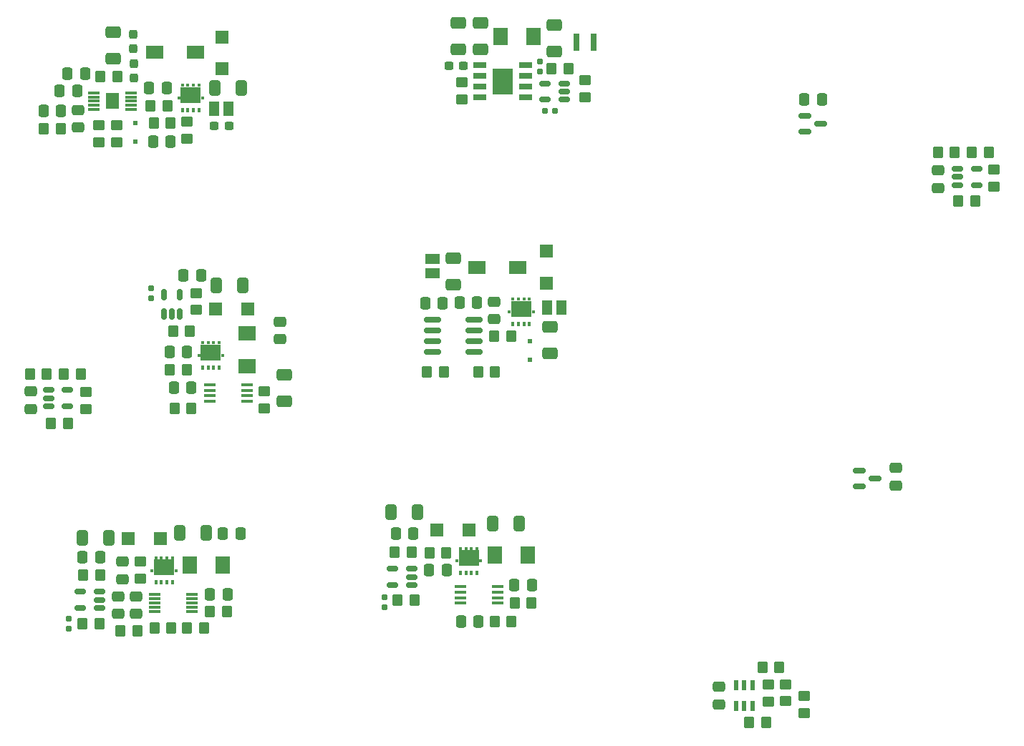
<source format=gbr>
%TF.GenerationSoftware,KiCad,Pcbnew,(6.0.4)*%
%TF.CreationDate,2022-12-17T18:01:14+03:00*%
%TF.ProjectId,Main_PCB_002,4d61696e-5f50-4434-925f-3030322e6b69,rev?*%
%TF.SameCoordinates,Original*%
%TF.FileFunction,Paste,Top*%
%TF.FilePolarity,Positive*%
%FSLAX46Y46*%
G04 Gerber Fmt 4.6, Leading zero omitted, Abs format (unit mm)*
G04 Created by KiCad (PCBNEW (6.0.4)) date 2022-12-17 18:01:14*
%MOMM*%
%LPD*%
G01*
G04 APERTURE LIST*
G04 Aperture macros list*
%AMRoundRect*
0 Rectangle with rounded corners*
0 $1 Rounding radius*
0 $2 $3 $4 $5 $6 $7 $8 $9 X,Y pos of 4 corners*
0 Add a 4 corners polygon primitive as box body*
4,1,4,$2,$3,$4,$5,$6,$7,$8,$9,$2,$3,0*
0 Add four circle primitives for the rounded corners*
1,1,$1+$1,$2,$3*
1,1,$1+$1,$4,$5*
1,1,$1+$1,$6,$7*
1,1,$1+$1,$8,$9*
0 Add four rect primitives between the rounded corners*
20,1,$1+$1,$2,$3,$4,$5,0*
20,1,$1+$1,$4,$5,$6,$7,0*
20,1,$1+$1,$6,$7,$8,$9,0*
20,1,$1+$1,$8,$9,$2,$3,0*%
G04 Aperture macros list end*
%ADD10RoundRect,0.155000X-0.155000X0.212500X-0.155000X-0.212500X0.155000X-0.212500X0.155000X0.212500X0*%
%ADD11RoundRect,0.250000X0.337500X0.475000X-0.337500X0.475000X-0.337500X-0.475000X0.337500X-0.475000X0*%
%ADD12RoundRect,0.150000X0.512500X0.150000X-0.512500X0.150000X-0.512500X-0.150000X0.512500X-0.150000X0*%
%ADD13R,1.400000X0.300000*%
%ADD14R,1.570000X1.880000*%
%ADD15RoundRect,0.250000X-0.337500X-0.475000X0.337500X-0.475000X0.337500X0.475000X-0.337500X0.475000X0*%
%ADD16RoundRect,0.250000X-0.350000X-0.450000X0.350000X-0.450000X0.350000X0.450000X-0.350000X0.450000X0*%
%ADD17R,1.200000X1.800000*%
%ADD18R,1.525000X0.650000*%
%ADD19R,2.400000X3.100000*%
%ADD20RoundRect,0.250000X-0.450000X0.350000X-0.450000X-0.350000X0.450000X-0.350000X0.450000X0.350000X0*%
%ADD21R,0.500000X0.500000*%
%ADD22R,1.400000X0.450000*%
%ADD23R,1.530000X1.630000*%
%ADD24R,0.350000X0.500000*%
%ADD25R,0.400000X0.300000*%
%ADD26R,0.380000X0.430000*%
%ADD27R,2.450000X1.980000*%
%ADD28RoundRect,0.250000X-0.412500X-0.650000X0.412500X-0.650000X0.412500X0.650000X-0.412500X0.650000X0*%
%ADD29RoundRect,0.250000X0.475000X-0.337500X0.475000X0.337500X-0.475000X0.337500X-0.475000X-0.337500X0*%
%ADD30RoundRect,0.155000X-0.212500X-0.155000X0.212500X-0.155000X0.212500X0.155000X-0.212500X0.155000X0*%
%ADD31RoundRect,0.250000X0.450000X-0.350000X0.450000X0.350000X-0.450000X0.350000X-0.450000X-0.350000X0*%
%ADD32RoundRect,0.150000X-0.825000X-0.150000X0.825000X-0.150000X0.825000X0.150000X-0.825000X0.150000X0*%
%ADD33R,2.100000X1.800000*%
%ADD34R,2.150000X1.600000*%
%ADD35RoundRect,0.250000X0.350000X0.450000X-0.350000X0.450000X-0.350000X-0.450000X0.350000X-0.450000X0*%
%ADD36RoundRect,0.150000X-0.512500X-0.150000X0.512500X-0.150000X0.512500X0.150000X-0.512500X0.150000X0*%
%ADD37RoundRect,0.250000X-0.650000X0.412500X-0.650000X-0.412500X0.650000X-0.412500X0.650000X0.412500X0*%
%ADD38R,1.630000X1.530000*%
%ADD39RoundRect,0.250000X0.650000X-0.412500X0.650000X0.412500X-0.650000X0.412500X-0.650000X-0.412500X0*%
%ADD40RoundRect,0.250000X-0.475000X0.337500X-0.475000X-0.337500X0.475000X-0.337500X0.475000X0.337500X0*%
%ADD41RoundRect,0.150000X-0.587500X-0.150000X0.587500X-0.150000X0.587500X0.150000X-0.587500X0.150000X0*%
%ADD42R,1.800000X2.100000*%
%ADD43R,1.800000X1.200000*%
%ADD44RoundRect,0.237500X0.300000X0.237500X-0.300000X0.237500X-0.300000X-0.237500X0.300000X-0.237500X0*%
%ADD45R,0.600000X1.250000*%
%ADD46RoundRect,0.250000X0.412500X0.650000X-0.412500X0.650000X-0.412500X-0.650000X0.412500X-0.650000X0*%
%ADD47RoundRect,0.237500X-0.237500X0.300000X-0.237500X-0.300000X0.237500X-0.300000X0.237500X0.300000X0*%
%ADD48RoundRect,0.237500X0.237500X-0.300000X0.237500X0.300000X-0.237500X0.300000X-0.237500X-0.300000X0*%
%ADD49RoundRect,0.150000X0.150000X-0.512500X0.150000X0.512500X-0.150000X0.512500X-0.150000X-0.512500X0*%
%ADD50R,0.800000X2.000000*%
%ADD51RoundRect,0.155000X0.155000X-0.212500X0.155000X0.212500X-0.155000X0.212500X-0.155000X-0.212500X0*%
G04 APERTURE END LIST*
D10*
%TO.C,C44*%
X114619200Y-127955453D03*
X114619200Y-129090453D03*
%TD*%
D11*
%TO.C,C38*%
X121974700Y-124687553D03*
X119899700Y-124687553D03*
%TD*%
D12*
%TO.C,U6*%
X80900493Y-129180813D03*
X80900493Y-128230813D03*
X80900493Y-127280813D03*
X78625493Y-127280813D03*
X78625493Y-129180813D03*
%TD*%
D13*
%TO.C,IC1*%
X80257800Y-68215000D03*
X80257800Y-68715000D03*
X80257800Y-69215000D03*
X80257800Y-69715000D03*
X80257800Y-70215000D03*
X84657800Y-70215000D03*
X84657800Y-69715000D03*
X84657800Y-69215000D03*
X84657800Y-68715000D03*
X84657800Y-68215000D03*
D14*
X82457800Y-69215000D03*
%TD*%
D15*
%TO.C,C9*%
X86775800Y-67691000D03*
X88850800Y-67691000D03*
%TD*%
D16*
%TO.C,R35*%
X75191928Y-107330200D03*
X77191928Y-107330200D03*
%TD*%
D17*
%TO.C,L7*%
X133859800Y-93624400D03*
X135559800Y-93624400D03*
%TD*%
D18*
%TO.C,IC2*%
X125850000Y-64953300D03*
X125850000Y-66223300D03*
X125850000Y-67493300D03*
X125850000Y-68763300D03*
X131274000Y-68763300D03*
X131274000Y-67493300D03*
X131274000Y-66223300D03*
X131274000Y-64953300D03*
D19*
X128562000Y-66858300D03*
%TD*%
D20*
%TO.C,R33*%
X186690000Y-77305850D03*
X186690000Y-79305850D03*
%TD*%
D16*
%TO.C,R14*%
X83380293Y-131939213D03*
X85380293Y-131939213D03*
%TD*%
D21*
%TO.C,Z1*%
X85175600Y-73998000D03*
X85175600Y-71798000D03*
%TD*%
D22*
%TO.C,IC5*%
X123588600Y-126684353D03*
X123588600Y-127334353D03*
X123588600Y-127984353D03*
X123588600Y-128634353D03*
X127988600Y-128634353D03*
X127988600Y-127984353D03*
X127988600Y-127334353D03*
X127988600Y-126684353D03*
%TD*%
D23*
%TO.C,D45*%
X120810200Y-120013953D03*
X124610200Y-120013953D03*
%TD*%
D24*
%TO.C,Q5*%
X93106600Y-100732900D03*
X93756600Y-100732900D03*
X94406600Y-100732900D03*
X95056600Y-100732900D03*
D25*
X95056600Y-97832900D03*
X94406600Y-97832900D03*
X93756600Y-97832900D03*
X93106600Y-97832900D03*
D26*
X92666600Y-99332900D03*
D27*
X94081600Y-98972900D03*
D26*
X95496600Y-99332900D03*
%TD*%
D16*
%TO.C,R39*%
X159299400Y-136210800D03*
X161299400Y-136210800D03*
%TD*%
D28*
%TO.C,C41*%
X94716600Y-90983200D03*
X97841600Y-90983200D03*
%TD*%
D15*
%TO.C,C1*%
X74286800Y-70383400D03*
X76361800Y-70383400D03*
%TD*%
D29*
%TO.C,C37*%
X102260400Y-97409400D03*
X102260400Y-95334400D03*
%TD*%
D15*
%TO.C,C3*%
X77131600Y-65963800D03*
X79206600Y-65963800D03*
%TD*%
D30*
%TO.C,C22*%
X133607900Y-70346800D03*
X134742900Y-70346800D03*
%TD*%
D16*
%TO.C,R3*%
X74311000Y-72440800D03*
X76311000Y-72440800D03*
%TD*%
D29*
%TO.C,C23*%
X83084893Y-129881813D03*
X83084893Y-127806813D03*
%TD*%
D20*
%TO.C,R24*%
X100431600Y-103546800D03*
X100431600Y-105546800D03*
%TD*%
D10*
%TO.C,C31*%
X77268293Y-130482713D03*
X77268293Y-131617713D03*
%TD*%
D31*
%TO.C,R40*%
X159994600Y-140258800D03*
X159994600Y-138258800D03*
%TD*%
D32*
%TO.C,D20*%
X120257800Y-95066600D03*
X120257800Y-96336600D03*
X120257800Y-97606600D03*
X120257800Y-98876600D03*
X125207800Y-98876600D03*
X125207800Y-97606600D03*
X125207800Y-96336600D03*
X125207800Y-95066600D03*
%TD*%
D33*
%TO.C,L10*%
X98399600Y-100604000D03*
X98399600Y-96704000D03*
%TD*%
D31*
%TO.C,R29*%
X92354400Y-93913600D03*
X92354400Y-91913600D03*
%TD*%
D20*
%TO.C,R10*%
X138315600Y-66746600D03*
X138315600Y-68746600D03*
%TD*%
D34*
%TO.C,L6*%
X125527400Y-88874600D03*
X130327400Y-88874600D03*
%TD*%
D35*
%TO.C,R26*%
X91236800Y-100990800D03*
X89236800Y-100990800D03*
%TD*%
D36*
%TO.C,U14*%
X182352100Y-77228850D03*
X182352100Y-78178850D03*
X182352100Y-79128850D03*
X184627100Y-79128850D03*
X184627100Y-77228850D03*
%TD*%
D34*
%TO.C,L2*%
X87449200Y-63449200D03*
X92249200Y-63449200D03*
%TD*%
D15*
%TO.C,C25*%
X93981493Y-127570413D03*
X96056493Y-127570413D03*
%TD*%
D37*
%TO.C,C21*%
X134137400Y-95962200D03*
X134137400Y-99087200D03*
%TD*%
D15*
%TO.C,C32*%
X89720600Y-103124400D03*
X91795600Y-103124400D03*
%TD*%
D22*
%TO.C,IC4*%
X93944000Y-102784400D03*
X93944000Y-103434400D03*
X93944000Y-104084400D03*
X93944000Y-104734400D03*
X98344000Y-104734400D03*
X98344000Y-104084400D03*
X98344000Y-103434400D03*
X98344000Y-102784400D03*
%TD*%
D38*
%TO.C,D21*%
X133756400Y-90723800D03*
X133756400Y-86923800D03*
%TD*%
D37*
%TO.C,C35*%
X102768400Y-101574200D03*
X102768400Y-104699200D03*
%TD*%
D39*
%TO.C,C7*%
X123380400Y-63107800D03*
X123380400Y-59982800D03*
%TD*%
D40*
%TO.C,C61*%
X154178000Y-138526100D03*
X154178000Y-140601100D03*
%TD*%
D20*
%TO.C,R1*%
X82965800Y-72050400D03*
X82965800Y-74050400D03*
%TD*%
D38*
%TO.C,D12*%
X95411800Y-65400000D03*
X95411800Y-61600000D03*
%TD*%
D29*
%TO.C,C19*%
X127584200Y-95021400D03*
X127584200Y-92946400D03*
%TD*%
D16*
%TO.C,R21*%
X89770200Y-105613600D03*
X91770200Y-105613600D03*
%TD*%
D41*
%TO.C,U22*%
X170782200Y-112941600D03*
X170782200Y-114841600D03*
X172657200Y-113891600D03*
%TD*%
D37*
%TO.C,C18*%
X122758200Y-87820100D03*
X122758200Y-90945100D03*
%TD*%
D29*
%TO.C,C24*%
X85243893Y-129903313D03*
X85243893Y-127828313D03*
%TD*%
D28*
%TO.C,C13*%
X94535100Y-67665600D03*
X97660100Y-67665600D03*
%TD*%
D42*
%TO.C,L3*%
X128313800Y-61533000D03*
X132213800Y-61533000D03*
%TD*%
D16*
%TO.C,R16*%
X91289093Y-131583613D03*
X93289093Y-131583613D03*
%TD*%
D24*
%TO.C,Q2*%
X129809600Y-95550900D03*
X130459600Y-95550900D03*
X131109600Y-95550900D03*
X131759600Y-95550900D03*
D25*
X131759600Y-92650900D03*
X131109600Y-92650900D03*
X130459600Y-92650900D03*
X129809600Y-92650900D03*
D26*
X129369600Y-94150900D03*
D27*
X130784600Y-93790900D03*
D26*
X132199600Y-94150900D03*
%TD*%
D16*
%TO.C,R4*%
X81026000Y-66294000D03*
X83026000Y-66294000D03*
%TD*%
D24*
%TO.C,Q1*%
X90728400Y-70234000D03*
X91378400Y-70234000D03*
X92028400Y-70234000D03*
X92678400Y-70234000D03*
D25*
X92678400Y-67334000D03*
X92028400Y-67334000D03*
X91378400Y-67334000D03*
X90728400Y-67334000D03*
D26*
X90288400Y-68834000D03*
D27*
X91703400Y-68474000D03*
D26*
X93118400Y-68834000D03*
%TD*%
D16*
%TO.C,R13*%
X125685800Y-101244400D03*
X127685800Y-101244400D03*
%TD*%
%TO.C,R15*%
X87428293Y-131583613D03*
X89428293Y-131583613D03*
%TD*%
D35*
%TO.C,R11*%
X129600200Y-97016700D03*
X127600200Y-97016700D03*
%TD*%
D16*
%TO.C,R28*%
X116152600Y-128268953D03*
X118152600Y-128268953D03*
%TD*%
D43*
%TO.C,L5*%
X120294400Y-87910300D03*
X120294400Y-89610300D03*
%TD*%
D31*
%TO.C,R5*%
X123736000Y-69010000D03*
X123736000Y-67010000D03*
%TD*%
D37*
%TO.C,C8*%
X82534000Y-61061600D03*
X82534000Y-64186600D03*
%TD*%
D16*
%TO.C,R12*%
X119640600Y-101295200D03*
X121640600Y-101295200D03*
%TD*%
D15*
%TO.C,C4*%
X76217200Y-68021200D03*
X78292200Y-68021200D03*
%TD*%
D42*
%TO.C,L9*%
X131548600Y-122934953D03*
X127648600Y-122934953D03*
%TD*%
D41*
%TO.C,U23*%
X164300900Y-70932300D03*
X164300900Y-72832300D03*
X166175900Y-71882300D03*
%TD*%
D12*
%TO.C,U1*%
X135846300Y-69036200D03*
X135846300Y-68086200D03*
X135846300Y-67136200D03*
X133571300Y-67136200D03*
X133571300Y-69036200D03*
%TD*%
D31*
%TO.C,R2*%
X80857600Y-74085200D03*
X80857600Y-72085200D03*
%TD*%
D11*
%TO.C,C20*%
X125573700Y-93065600D03*
X123498700Y-93065600D03*
%TD*%
%TO.C,C39*%
X91287600Y-98908000D03*
X89212600Y-98908000D03*
%TD*%
D23*
%TO.C,D46*%
X94670800Y-93853400D03*
X98470800Y-93853400D03*
%TD*%
D44*
%TO.C,C6*%
X123938100Y-65038200D03*
X122213100Y-65038200D03*
%TD*%
D29*
%TO.C,C51*%
X180086000Y-79470350D03*
X180086000Y-77395350D03*
%TD*%
D16*
%TO.C,R17*%
X93981493Y-129602413D03*
X95981493Y-129602413D03*
%TD*%
%TO.C,R31*%
X182473600Y-81023650D03*
X184473600Y-81023650D03*
%TD*%
%TO.C,R7*%
X87315800Y-71771000D03*
X89315800Y-71771000D03*
%TD*%
%TO.C,R20*%
X78925893Y-131075613D03*
X80925893Y-131075613D03*
%TD*%
D45*
%TO.C,IC6*%
X156199800Y-140813600D03*
X157149800Y-140813600D03*
X158099800Y-140813600D03*
X158099800Y-138313600D03*
X157149800Y-138313600D03*
X156199800Y-138313600D03*
%TD*%
D11*
%TO.C,C30*%
X80998193Y-123201613D03*
X78923193Y-123201613D03*
%TD*%
D15*
%TO.C,C17*%
X119438600Y-93167200D03*
X121513600Y-93167200D03*
%TD*%
D46*
%TO.C,C40*%
X118498800Y-117880353D03*
X115373800Y-117880353D03*
%TD*%
D36*
%TO.C,U21*%
X74876628Y-103408400D03*
X74876628Y-104358400D03*
X74876628Y-105308400D03*
X77151628Y-105308400D03*
X77151628Y-103408400D03*
%TD*%
D11*
%TO.C,C42*%
X118016200Y-120394953D03*
X115941200Y-120394953D03*
%TD*%
D47*
%TO.C,C5*%
X84921600Y-61290200D03*
X84921600Y-63015200D03*
%TD*%
D48*
%TO.C,C12*%
X84947000Y-66470700D03*
X84947000Y-64745700D03*
%TD*%
D16*
%TO.C,R6*%
X86953600Y-69748400D03*
X88953600Y-69748400D03*
%TD*%
D49*
%TO.C,U8*%
X88508800Y-94432100D03*
X89458800Y-94432100D03*
X90408800Y-94432100D03*
X90408800Y-92157100D03*
X88508800Y-92157100D03*
%TD*%
D23*
%TO.C,D38*%
X84314093Y-120991813D03*
X88114093Y-120991813D03*
%TD*%
D39*
%TO.C,C16*%
X134658000Y-63361800D03*
X134658000Y-60236800D03*
%TD*%
D46*
%TO.C,C29*%
X82056593Y-120864813D03*
X78931593Y-120864813D03*
%TD*%
D35*
%TO.C,R25*%
X121923900Y-122655553D03*
X119923900Y-122655553D03*
%TD*%
D29*
%TO.C,C58*%
X72762928Y-105649900D03*
X72762928Y-103574900D03*
%TD*%
D17*
%TO.C,L1*%
X96172000Y-70129400D03*
X94472000Y-70129400D03*
%TD*%
D20*
%TO.C,R37*%
X79341528Y-103663200D03*
X79341528Y-105663200D03*
%TD*%
D40*
%TO.C,C59*%
X175095600Y-112625500D03*
X175095600Y-114700500D03*
%TD*%
D35*
%TO.C,R9*%
X136378600Y-65343000D03*
X134378600Y-65343000D03*
%TD*%
D16*
%TO.C,R34*%
X184039000Y-75232450D03*
X186039000Y-75232450D03*
%TD*%
D13*
%TO.C,IC3*%
X87463493Y-127586413D03*
X87463493Y-128086413D03*
X87463493Y-128586413D03*
X87463493Y-129086413D03*
X87463493Y-129586413D03*
X91863493Y-129586413D03*
X91863493Y-129086413D03*
X91863493Y-128586413D03*
X91863493Y-128086413D03*
X91863493Y-127586413D03*
%TD*%
D29*
%TO.C,C2*%
X78343000Y-72339200D03*
X78343000Y-70264200D03*
%TD*%
%TO.C,C28*%
X83669093Y-125788513D03*
X83669093Y-123713513D03*
%TD*%
D16*
%TO.C,R23*%
X129995600Y-128599153D03*
X131995600Y-128599153D03*
%TD*%
D46*
%TO.C,C34*%
X130538400Y-119201153D03*
X127413400Y-119201153D03*
%TD*%
D35*
%TO.C,R27*%
X117838400Y-122630153D03*
X115838400Y-122630153D03*
%TD*%
D15*
%TO.C,C27*%
X95509393Y-120433013D03*
X97584393Y-120433013D03*
%TD*%
D21*
%TO.C,Z2*%
X131826000Y-97604400D03*
X131826000Y-99804400D03*
%TD*%
D15*
%TO.C,C60*%
X164273200Y-69037500D03*
X166348200Y-69037500D03*
%TD*%
D42*
%TO.C,L8*%
X95448893Y-124090613D03*
X91548893Y-124090613D03*
%TD*%
D37*
%TO.C,C15*%
X125945800Y-59945100D03*
X125945800Y-63070100D03*
%TD*%
D35*
%TO.C,R30*%
X91617800Y-96418800D03*
X89617800Y-96418800D03*
%TD*%
D11*
%TO.C,C33*%
X125737800Y-130834353D03*
X123662800Y-130834353D03*
%TD*%
D20*
%TO.C,R42*%
X162026600Y-138242800D03*
X162026600Y-140242800D03*
%TD*%
D16*
%TO.C,R41*%
X157750000Y-142738600D03*
X159750000Y-142738600D03*
%TD*%
D20*
%TO.C,R8*%
X91271600Y-71644000D03*
X91271600Y-73644000D03*
%TD*%
D15*
%TO.C,C36*%
X129958100Y-126465553D03*
X132033100Y-126465553D03*
%TD*%
D44*
%TO.C,C10*%
X96223500Y-72161400D03*
X94498500Y-72161400D03*
%TD*%
D24*
%TO.C,Q3*%
X87570893Y-126169513D03*
X88220893Y-126169513D03*
X88870893Y-126169513D03*
X89520893Y-126169513D03*
D25*
X89520893Y-123269513D03*
X88870893Y-123269513D03*
X88220893Y-123269513D03*
X87570893Y-123269513D03*
D26*
X87130893Y-124769513D03*
D27*
X88545893Y-124409513D03*
D26*
X89960893Y-124769513D03*
%TD*%
D12*
%TO.C,U7*%
X117839500Y-126475753D03*
X117839500Y-125525753D03*
X117839500Y-124575753D03*
X115564500Y-124575753D03*
X115564500Y-126475753D03*
%TD*%
D31*
%TO.C,R18*%
X85751893Y-125709613D03*
X85751893Y-123709613D03*
%TD*%
D16*
%TO.C,R32*%
X180041800Y-75283250D03*
X182041800Y-75283250D03*
%TD*%
%TO.C,R36*%
X72677328Y-101513600D03*
X74677328Y-101513600D03*
%TD*%
%TO.C,R38*%
X76725328Y-101513600D03*
X78725328Y-101513600D03*
%TD*%
D50*
%TO.C,L4*%
X137341000Y-62244200D03*
X139341000Y-62244200D03*
%TD*%
D15*
%TO.C,C11*%
X87266200Y-73964800D03*
X89341200Y-73964800D03*
%TD*%
D24*
%TO.C,Q4*%
X123594400Y-125050553D03*
X124244400Y-125050553D03*
X124894400Y-125050553D03*
X125544400Y-125050553D03*
D25*
X125544400Y-122150553D03*
X124894400Y-122150553D03*
X124244400Y-122150553D03*
X123594400Y-122150553D03*
D26*
X123154400Y-123650553D03*
D27*
X124569400Y-123290553D03*
D26*
X125984400Y-123650553D03*
%TD*%
D10*
%TO.C,C14*%
X132956200Y-64538200D03*
X132956200Y-65673200D03*
%TD*%
D46*
%TO.C,C26*%
X93524293Y-120331413D03*
X90399293Y-120331413D03*
%TD*%
D51*
%TO.C,C45*%
X87020400Y-92524600D03*
X87020400Y-91389600D03*
%TD*%
D35*
%TO.C,R19*%
X80970093Y-125309813D03*
X78970093Y-125309813D03*
%TD*%
D16*
%TO.C,R22*%
X127617400Y-130834353D03*
X129617400Y-130834353D03*
%TD*%
D31*
%TO.C,R43*%
X164261800Y-141614400D03*
X164261800Y-139614400D03*
%TD*%
D11*
%TO.C,C43*%
X92938600Y-89814400D03*
X90863600Y-89814400D03*
%TD*%
M02*

</source>
